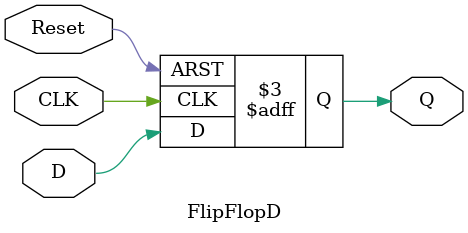
<source format=sv>
`timescale 1ns / 1ps


module FlipFlopD(Q,D,CLK,Reset);
input D,CLK,Reset;
output reg Q;

always @(posedge CLK, posedge Reset ) begin        //Se reinician poniendo un 1 en el reset
    if(Reset==0) Q=D;
    else Q=1'b0;

end

endmodule

</source>
